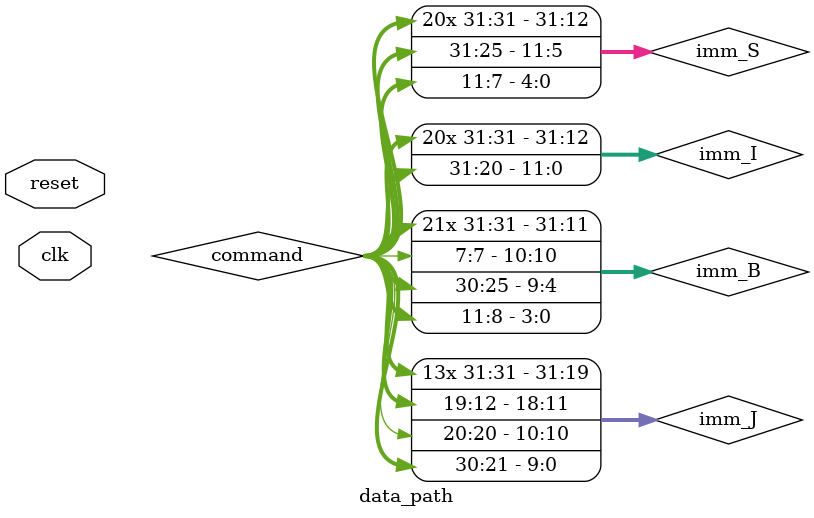
<source format=v>
`timescale 1ns / 1ps

module data_path (
	input           clk,
	input           reset
	);

	wire	[31:0]	command;
	wire	[31:0]	data[0:3];
	wire			comp;
	wire    [31:0]  mul[0:5];
	reg		[5:0]	PC;
	wire	[31:0]	imm_I;
	wire	[31:0]	imm_S;
	wire	[31:0]	imm_J;
	wire	[31:0]	imm_B;

	wire	[1:0]	ex_op_a_sel_o;
	wire	[2:0]	ex_op_b_sel_o;  
	wire	[4:0]	alu_op_o;  
	wire			mem_req_o;      
	wire			mem_we_o;      
	wire	[2:0]	mem_size_o;     
	wire			gpr_we_a_o;     
	wire			wb_src_sel_o;   
	wire			illegal_instr_o;
	wire			branch_o;
	wire			jal_o;       
	wire			jalr_o;         

	riscv_decode	dec_one(
		.fetched_instr_i(command),
		.ex_op_a_sel_o(ex_op_a_sel_o),
		.ex_op_b_sel_o(ex_op_b_sel_o),
		.alu_op_o(alu_op_o),  
		.mem_req_o(mem_req_o),
		.mem_we_o(mem_we_o),
		.mem_size_o(mem_size_o),
		.gpr_we_a_o(gpr_we_a_o),
		.wb_src_sel_o(wb_src_sel_o),
		.illegal_instr_o(illegal_instr_o),
		.branch_o(branch_o),
		.jal_o(jal_o),
		.jalr_o(jalr_o)
	);

	ram ram_one(
			.ad(PC),
			.rd(command)
		);
	
	register_file   regfile_one(
			.clk(clk),
			.reset(reset),
			.a1(command[19:15]),
			.a2(command[24:20]),
			.a3(command[11:7]),
			.wd3(mul[2]),
			.we(gpr_we_a_o),
			.rd1(data[0]),
			.rd2(data[1])
		);  
	
	miriscv_alu mir_one(
			.operator_i(alu_op_o),
			.operand_a_i(mul[0]),
			.operand_b_i(mul[1]),
			.result_o(data[2]),
			.comparison_result_o(comp)
		);

	data_memory	dmem_one(
			.clk(clk),
			.we(mem_we_o),
			.i({mem_req_o, mem_size_o}),
			.wd(data[1]),
			.ad(data[2]),
			.rd(data[3])
		);

	always @(posedge clk)
	begin
		if (reset)
			PC <= 0;
		else
			PC <= mul[5];
	end
	
	assign mul[0] = ex_op_a_sel_o == 0 ? data[0] : (ex_op_a_sel_o == 1 ? PC : 0);
	assign mul[1] = ex_op_b_sel_o == 0 ? data[1] : (ex_op_b_sel_o == 1 ? imm_I : 
					(ex_op_b_sel_o == 2 ? {command[31:12], 12'd0} : 
					(ex_op_b_sel_o == 3 ? imm_S : 'd4)));
	assign  mul[2] = wb_src_sel_o ? data[3] : data[2];
	assign  mul[4] = branch_o ? imm_B : imm_J;
	assign  mul[3] = (jal_o | (comp & branch_o)) ? mul[4] : 'd4;
	assign  mul[5] = jalr_o ? data[0] : PC + mul[3];

    assign  imm_I = {{20{command[31]}}, command[31:20]};
    assign  imm_S = {{20{command[31]}}, command[31:25], command[11:7]};
    assign  imm_J = {{12{command[31]}}, command[31], command[19:12], command[20], command[30:21]};
    assign  imm_B = {{20{command[31]}}, command[31], command[7], command[30:25], command[11:8]};
	//assign	imm_I = (command[31] ? 'hffff_ffff ^ (~command[31:20]) : command[31:20]);
	//assign	imm_S = (command[31] ? 'hffff_ffff ^ (~{command[31:25], command[11:7]}) : {command[31:25], command[11:7]});
	//assign	imm_J = (command[31] ? 'hffff_ffff ^ (~{command[31], command[19:12], command[20], command[30:21]}) : {command[31], command[19:12], command[20], command[30:21]});
	//assign	imm_B = (command[31] ? 'hffff_ffff ^ (~{command[31], command[7], command[30:25], command[11:8]}) : {command[31], command[7], command[30:25], command[11:8]});
	
endmodule
</source>
